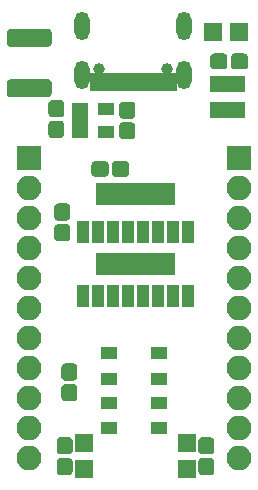
<source format=gbr>
G04 #@! TF.GenerationSoftware,KiCad,Pcbnew,(5.0.0)*
G04 #@! TF.CreationDate,2020-07-20T09:31:12+01:00*
G04 #@! TF.ProjectId,CH552-USB-Devboard,43483535322D5553422D446576626F61,rev?*
G04 #@! TF.SameCoordinates,Original*
G04 #@! TF.FileFunction,Soldermask,Top*
G04 #@! TF.FilePolarity,Negative*
%FSLAX46Y46*%
G04 Gerber Fmt 4.6, Leading zero omitted, Abs format (unit mm)*
G04 Created by KiCad (PCBNEW (5.0.0)) date 07/20/20 09:31:12*
%MOMM*%
%LPD*%
G01*
G04 APERTURE LIST*
%ADD10R,1.460000X1.050000*%
%ADD11C,0.100000*%
%ADD12C,1.350000*%
%ADD13O,2.100000X2.100000*%
%ADD14R,2.100000X2.100000*%
%ADD15C,1.525000*%
%ADD16R,1.050000X1.460000*%
%ADD17O,1.300000X2.400000*%
%ADD18C,1.000000*%
%ADD19R,0.700000X1.540000*%
%ADD20R,1.450000X1.050000*%
%ADD21R,1.000000X1.900000*%
%ADD22R,0.850000X1.850000*%
%ADD23R,1.600000X1.600000*%
G04 APERTURE END LIST*
D10*
G04 #@! TO.C,U3*
X80500000Y-69550000D03*
X80500000Y-70500000D03*
X80500000Y-71450000D03*
X82700000Y-71450000D03*
X82700000Y-69550000D03*
G04 #@! TD*
D11*
G04 #@! TO.C,C1*
G36*
X79370581Y-77526625D02*
X79403343Y-77531485D01*
X79435471Y-77539533D01*
X79466656Y-77550691D01*
X79496596Y-77564852D01*
X79525005Y-77581879D01*
X79551608Y-77601609D01*
X79576149Y-77623851D01*
X79598391Y-77648392D01*
X79618121Y-77674995D01*
X79635148Y-77703404D01*
X79649309Y-77733344D01*
X79660467Y-77764529D01*
X79668515Y-77796657D01*
X79673375Y-77829419D01*
X79675000Y-77862500D01*
X79675000Y-78637500D01*
X79673375Y-78670581D01*
X79668515Y-78703343D01*
X79660467Y-78735471D01*
X79649309Y-78766656D01*
X79635148Y-78796596D01*
X79618121Y-78825005D01*
X79598391Y-78851608D01*
X79576149Y-78876149D01*
X79551608Y-78898391D01*
X79525005Y-78918121D01*
X79496596Y-78935148D01*
X79466656Y-78949309D01*
X79435471Y-78960467D01*
X79403343Y-78968515D01*
X79370581Y-78973375D01*
X79337500Y-78975000D01*
X78662500Y-78975000D01*
X78629419Y-78973375D01*
X78596657Y-78968515D01*
X78564529Y-78960467D01*
X78533344Y-78949309D01*
X78503404Y-78935148D01*
X78474995Y-78918121D01*
X78448392Y-78898391D01*
X78423851Y-78876149D01*
X78401609Y-78851608D01*
X78381879Y-78825005D01*
X78364852Y-78796596D01*
X78350691Y-78766656D01*
X78339533Y-78735471D01*
X78331485Y-78703343D01*
X78326625Y-78670581D01*
X78325000Y-78637500D01*
X78325000Y-77862500D01*
X78326625Y-77829419D01*
X78331485Y-77796657D01*
X78339533Y-77764529D01*
X78350691Y-77733344D01*
X78364852Y-77703404D01*
X78381879Y-77674995D01*
X78401609Y-77648392D01*
X78423851Y-77623851D01*
X78448392Y-77601609D01*
X78474995Y-77581879D01*
X78503404Y-77564852D01*
X78533344Y-77550691D01*
X78564529Y-77539533D01*
X78596657Y-77531485D01*
X78629419Y-77526625D01*
X78662500Y-77525000D01*
X79337500Y-77525000D01*
X79370581Y-77526625D01*
X79370581Y-77526625D01*
G37*
D12*
X79000000Y-78250000D03*
D11*
G36*
X79370581Y-79276625D02*
X79403343Y-79281485D01*
X79435471Y-79289533D01*
X79466656Y-79300691D01*
X79496596Y-79314852D01*
X79525005Y-79331879D01*
X79551608Y-79351609D01*
X79576149Y-79373851D01*
X79598391Y-79398392D01*
X79618121Y-79424995D01*
X79635148Y-79453404D01*
X79649309Y-79483344D01*
X79660467Y-79514529D01*
X79668515Y-79546657D01*
X79673375Y-79579419D01*
X79675000Y-79612500D01*
X79675000Y-80387500D01*
X79673375Y-80420581D01*
X79668515Y-80453343D01*
X79660467Y-80485471D01*
X79649309Y-80516656D01*
X79635148Y-80546596D01*
X79618121Y-80575005D01*
X79598391Y-80601608D01*
X79576149Y-80626149D01*
X79551608Y-80648391D01*
X79525005Y-80668121D01*
X79496596Y-80685148D01*
X79466656Y-80699309D01*
X79435471Y-80710467D01*
X79403343Y-80718515D01*
X79370581Y-80723375D01*
X79337500Y-80725000D01*
X78662500Y-80725000D01*
X78629419Y-80723375D01*
X78596657Y-80718515D01*
X78564529Y-80710467D01*
X78533344Y-80699309D01*
X78503404Y-80685148D01*
X78474995Y-80668121D01*
X78448392Y-80648391D01*
X78423851Y-80626149D01*
X78401609Y-80601608D01*
X78381879Y-80575005D01*
X78364852Y-80546596D01*
X78350691Y-80516656D01*
X78339533Y-80485471D01*
X78331485Y-80453343D01*
X78326625Y-80420581D01*
X78325000Y-80387500D01*
X78325000Y-79612500D01*
X78326625Y-79579419D01*
X78331485Y-79546657D01*
X78339533Y-79514529D01*
X78350691Y-79483344D01*
X78364852Y-79453404D01*
X78381879Y-79424995D01*
X78401609Y-79398392D01*
X78423851Y-79373851D01*
X78448392Y-79351609D01*
X78474995Y-79331879D01*
X78503404Y-79314852D01*
X78533344Y-79300691D01*
X78564529Y-79289533D01*
X78596657Y-79281485D01*
X78629419Y-79276625D01*
X78662500Y-79275000D01*
X79337500Y-79275000D01*
X79370581Y-79276625D01*
X79370581Y-79276625D01*
G37*
D12*
X79000000Y-80000000D03*
G04 #@! TD*
D11*
G04 #@! TO.C,C7*
G36*
X84870581Y-68901625D02*
X84903343Y-68906485D01*
X84935471Y-68914533D01*
X84966656Y-68925691D01*
X84996596Y-68939852D01*
X85025005Y-68956879D01*
X85051608Y-68976609D01*
X85076149Y-68998851D01*
X85098391Y-69023392D01*
X85118121Y-69049995D01*
X85135148Y-69078404D01*
X85149309Y-69108344D01*
X85160467Y-69139529D01*
X85168515Y-69171657D01*
X85173375Y-69204419D01*
X85175000Y-69237500D01*
X85175000Y-70012500D01*
X85173375Y-70045581D01*
X85168515Y-70078343D01*
X85160467Y-70110471D01*
X85149309Y-70141656D01*
X85135148Y-70171596D01*
X85118121Y-70200005D01*
X85098391Y-70226608D01*
X85076149Y-70251149D01*
X85051608Y-70273391D01*
X85025005Y-70293121D01*
X84996596Y-70310148D01*
X84966656Y-70324309D01*
X84935471Y-70335467D01*
X84903343Y-70343515D01*
X84870581Y-70348375D01*
X84837500Y-70350000D01*
X84162500Y-70350000D01*
X84129419Y-70348375D01*
X84096657Y-70343515D01*
X84064529Y-70335467D01*
X84033344Y-70324309D01*
X84003404Y-70310148D01*
X83974995Y-70293121D01*
X83948392Y-70273391D01*
X83923851Y-70251149D01*
X83901609Y-70226608D01*
X83881879Y-70200005D01*
X83864852Y-70171596D01*
X83850691Y-70141656D01*
X83839533Y-70110471D01*
X83831485Y-70078343D01*
X83826625Y-70045581D01*
X83825000Y-70012500D01*
X83825000Y-69237500D01*
X83826625Y-69204419D01*
X83831485Y-69171657D01*
X83839533Y-69139529D01*
X83850691Y-69108344D01*
X83864852Y-69078404D01*
X83881879Y-69049995D01*
X83901609Y-69023392D01*
X83923851Y-68998851D01*
X83948392Y-68976609D01*
X83974995Y-68956879D01*
X84003404Y-68939852D01*
X84033344Y-68925691D01*
X84064529Y-68914533D01*
X84096657Y-68906485D01*
X84129419Y-68901625D01*
X84162500Y-68900000D01*
X84837500Y-68900000D01*
X84870581Y-68901625D01*
X84870581Y-68901625D01*
G37*
D12*
X84500000Y-69625000D03*
D11*
G36*
X84870581Y-70651625D02*
X84903343Y-70656485D01*
X84935471Y-70664533D01*
X84966656Y-70675691D01*
X84996596Y-70689852D01*
X85025005Y-70706879D01*
X85051608Y-70726609D01*
X85076149Y-70748851D01*
X85098391Y-70773392D01*
X85118121Y-70799995D01*
X85135148Y-70828404D01*
X85149309Y-70858344D01*
X85160467Y-70889529D01*
X85168515Y-70921657D01*
X85173375Y-70954419D01*
X85175000Y-70987500D01*
X85175000Y-71762500D01*
X85173375Y-71795581D01*
X85168515Y-71828343D01*
X85160467Y-71860471D01*
X85149309Y-71891656D01*
X85135148Y-71921596D01*
X85118121Y-71950005D01*
X85098391Y-71976608D01*
X85076149Y-72001149D01*
X85051608Y-72023391D01*
X85025005Y-72043121D01*
X84996596Y-72060148D01*
X84966656Y-72074309D01*
X84935471Y-72085467D01*
X84903343Y-72093515D01*
X84870581Y-72098375D01*
X84837500Y-72100000D01*
X84162500Y-72100000D01*
X84129419Y-72098375D01*
X84096657Y-72093515D01*
X84064529Y-72085467D01*
X84033344Y-72074309D01*
X84003404Y-72060148D01*
X83974995Y-72043121D01*
X83948392Y-72023391D01*
X83923851Y-72001149D01*
X83901609Y-71976608D01*
X83881879Y-71950005D01*
X83864852Y-71921596D01*
X83850691Y-71891656D01*
X83839533Y-71860471D01*
X83831485Y-71828343D01*
X83826625Y-71795581D01*
X83825000Y-71762500D01*
X83825000Y-70987500D01*
X83826625Y-70954419D01*
X83831485Y-70921657D01*
X83839533Y-70889529D01*
X83850691Y-70858344D01*
X83864852Y-70828404D01*
X83881879Y-70799995D01*
X83901609Y-70773392D01*
X83923851Y-70748851D01*
X83948392Y-70726609D01*
X83974995Y-70706879D01*
X84003404Y-70689852D01*
X84033344Y-70675691D01*
X84064529Y-70664533D01*
X84096657Y-70656485D01*
X84129419Y-70651625D01*
X84162500Y-70650000D01*
X84837500Y-70650000D01*
X84870581Y-70651625D01*
X84870581Y-70651625D01*
G37*
D12*
X84500000Y-71375000D03*
G04 #@! TD*
D13*
G04 #@! TO.C,J1*
X76200000Y-99060000D03*
X76200000Y-96520000D03*
X76200000Y-93980000D03*
X76200000Y-91440000D03*
X76200000Y-88900000D03*
X76200000Y-86360000D03*
X76200000Y-83820000D03*
X76200000Y-81280000D03*
X76200000Y-78740000D03*
X76200000Y-76200000D03*
D14*
X76200000Y-73660000D03*
G04 #@! TD*
G04 #@! TO.C,J2*
X93980000Y-73660000D03*
D13*
X93980000Y-76200000D03*
X93980000Y-78740000D03*
X93980000Y-81280000D03*
X93980000Y-83820000D03*
X93980000Y-86360000D03*
X93980000Y-88900000D03*
X93980000Y-91440000D03*
X93980000Y-93980000D03*
X93980000Y-96520000D03*
X93980000Y-99060000D03*
G04 #@! TD*
D11*
G04 #@! TO.C,D4*
G36*
X77794329Y-67014132D02*
X77827226Y-67019012D01*
X77859486Y-67027092D01*
X77890799Y-67038296D01*
X77920863Y-67052515D01*
X77949388Y-67069613D01*
X77976100Y-67089424D01*
X78000742Y-67111758D01*
X78023076Y-67136400D01*
X78042887Y-67163112D01*
X78059985Y-67191637D01*
X78074204Y-67221701D01*
X78085408Y-67253014D01*
X78093488Y-67285274D01*
X78098368Y-67318171D01*
X78100000Y-67351388D01*
X78100000Y-68198612D01*
X78098368Y-68231829D01*
X78093488Y-68264726D01*
X78085408Y-68296986D01*
X78074204Y-68328299D01*
X78059985Y-68358363D01*
X78042887Y-68386888D01*
X78023076Y-68413600D01*
X78000742Y-68438242D01*
X77976100Y-68460576D01*
X77949388Y-68480387D01*
X77920863Y-68497485D01*
X77890799Y-68511704D01*
X77859486Y-68522908D01*
X77827226Y-68530988D01*
X77794329Y-68535868D01*
X77761112Y-68537500D01*
X74638888Y-68537500D01*
X74605671Y-68535868D01*
X74572774Y-68530988D01*
X74540514Y-68522908D01*
X74509201Y-68511704D01*
X74479137Y-68497485D01*
X74450612Y-68480387D01*
X74423900Y-68460576D01*
X74399258Y-68438242D01*
X74376924Y-68413600D01*
X74357113Y-68386888D01*
X74340015Y-68358363D01*
X74325796Y-68328299D01*
X74314592Y-68296986D01*
X74306512Y-68264726D01*
X74301632Y-68231829D01*
X74300000Y-68198612D01*
X74300000Y-67351388D01*
X74301632Y-67318171D01*
X74306512Y-67285274D01*
X74314592Y-67253014D01*
X74325796Y-67221701D01*
X74340015Y-67191637D01*
X74357113Y-67163112D01*
X74376924Y-67136400D01*
X74399258Y-67111758D01*
X74423900Y-67089424D01*
X74450612Y-67069613D01*
X74479137Y-67052515D01*
X74509201Y-67038296D01*
X74540514Y-67027092D01*
X74572774Y-67019012D01*
X74605671Y-67014132D01*
X74638888Y-67012500D01*
X77761112Y-67012500D01*
X77794329Y-67014132D01*
X77794329Y-67014132D01*
G37*
D15*
X76200000Y-67775000D03*
D11*
G36*
X77794329Y-62739132D02*
X77827226Y-62744012D01*
X77859486Y-62752092D01*
X77890799Y-62763296D01*
X77920863Y-62777515D01*
X77949388Y-62794613D01*
X77976100Y-62814424D01*
X78000742Y-62836758D01*
X78023076Y-62861400D01*
X78042887Y-62888112D01*
X78059985Y-62916637D01*
X78074204Y-62946701D01*
X78085408Y-62978014D01*
X78093488Y-63010274D01*
X78098368Y-63043171D01*
X78100000Y-63076388D01*
X78100000Y-63923612D01*
X78098368Y-63956829D01*
X78093488Y-63989726D01*
X78085408Y-64021986D01*
X78074204Y-64053299D01*
X78059985Y-64083363D01*
X78042887Y-64111888D01*
X78023076Y-64138600D01*
X78000742Y-64163242D01*
X77976100Y-64185576D01*
X77949388Y-64205387D01*
X77920863Y-64222485D01*
X77890799Y-64236704D01*
X77859486Y-64247908D01*
X77827226Y-64255988D01*
X77794329Y-64260868D01*
X77761112Y-64262500D01*
X74638888Y-64262500D01*
X74605671Y-64260868D01*
X74572774Y-64255988D01*
X74540514Y-64247908D01*
X74509201Y-64236704D01*
X74479137Y-64222485D01*
X74450612Y-64205387D01*
X74423900Y-64185576D01*
X74399258Y-64163242D01*
X74376924Y-64138600D01*
X74357113Y-64111888D01*
X74340015Y-64083363D01*
X74325796Y-64053299D01*
X74314592Y-64021986D01*
X74306512Y-63989726D01*
X74301632Y-63956829D01*
X74300000Y-63923612D01*
X74300000Y-63076388D01*
X74301632Y-63043171D01*
X74306512Y-63010274D01*
X74314592Y-62978014D01*
X74325796Y-62946701D01*
X74340015Y-62916637D01*
X74357113Y-62888112D01*
X74376924Y-62861400D01*
X74399258Y-62836758D01*
X74423900Y-62814424D01*
X74450612Y-62794613D01*
X74479137Y-62777515D01*
X74509201Y-62763296D01*
X74540514Y-62752092D01*
X74572774Y-62744012D01*
X74605671Y-62739132D01*
X74638888Y-62737500D01*
X77761112Y-62737500D01*
X77794329Y-62739132D01*
X77794329Y-62739132D01*
G37*
D15*
X76200000Y-63500000D03*
G04 #@! TD*
D16*
G04 #@! TO.C,Q1*
X93000000Y-67400000D03*
X92050000Y-67400000D03*
X93950000Y-67400000D03*
X93950000Y-69600000D03*
X93000000Y-69600000D03*
X92050000Y-69600000D03*
G04 #@! TD*
D17*
G04 #@! TO.C,J3*
X80675000Y-66680000D03*
X89325000Y-66680000D03*
X89325000Y-62500000D03*
X80675000Y-62500000D03*
D18*
X82110000Y-66180000D03*
D19*
X84750000Y-67250000D03*
X85250000Y-67250000D03*
X85750000Y-67250000D03*
X84250000Y-67250000D03*
X86250000Y-67250000D03*
X86750000Y-67250000D03*
X83750000Y-67250000D03*
X83250000Y-67250000D03*
D18*
X87890000Y-66180000D03*
D19*
X87500000Y-67250000D03*
X87250000Y-67250000D03*
X88050000Y-67250000D03*
X88350000Y-67250000D03*
X82750000Y-67250000D03*
X82450000Y-67250000D03*
X81950000Y-67250000D03*
X81650000Y-67250000D03*
G04 #@! TD*
D20*
G04 #@! TO.C,SW2*
X87150000Y-92350000D03*
X83000000Y-92350000D03*
X87150000Y-90200000D03*
X83000000Y-90200000D03*
G04 #@! TD*
G04 #@! TO.C,SW1*
X83000000Y-94400000D03*
X87150000Y-94400000D03*
X83000000Y-96550000D03*
X87150000Y-96550000D03*
G04 #@! TD*
D11*
G04 #@! TO.C,C2*
G36*
X82620581Y-73926625D02*
X82653343Y-73931485D01*
X82685471Y-73939533D01*
X82716656Y-73950691D01*
X82746596Y-73964852D01*
X82775005Y-73981879D01*
X82801608Y-74001609D01*
X82826149Y-74023851D01*
X82848391Y-74048392D01*
X82868121Y-74074995D01*
X82885148Y-74103404D01*
X82899309Y-74133344D01*
X82910467Y-74164529D01*
X82918515Y-74196657D01*
X82923375Y-74229419D01*
X82925000Y-74262500D01*
X82925000Y-74937500D01*
X82923375Y-74970581D01*
X82918515Y-75003343D01*
X82910467Y-75035471D01*
X82899309Y-75066656D01*
X82885148Y-75096596D01*
X82868121Y-75125005D01*
X82848391Y-75151608D01*
X82826149Y-75176149D01*
X82801608Y-75198391D01*
X82775005Y-75218121D01*
X82746596Y-75235148D01*
X82716656Y-75249309D01*
X82685471Y-75260467D01*
X82653343Y-75268515D01*
X82620581Y-75273375D01*
X82587500Y-75275000D01*
X81812500Y-75275000D01*
X81779419Y-75273375D01*
X81746657Y-75268515D01*
X81714529Y-75260467D01*
X81683344Y-75249309D01*
X81653404Y-75235148D01*
X81624995Y-75218121D01*
X81598392Y-75198391D01*
X81573851Y-75176149D01*
X81551609Y-75151608D01*
X81531879Y-75125005D01*
X81514852Y-75096596D01*
X81500691Y-75066656D01*
X81489533Y-75035471D01*
X81481485Y-75003343D01*
X81476625Y-74970581D01*
X81475000Y-74937500D01*
X81475000Y-74262500D01*
X81476625Y-74229419D01*
X81481485Y-74196657D01*
X81489533Y-74164529D01*
X81500691Y-74133344D01*
X81514852Y-74103404D01*
X81531879Y-74074995D01*
X81551609Y-74048392D01*
X81573851Y-74023851D01*
X81598392Y-74001609D01*
X81624995Y-73981879D01*
X81653404Y-73964852D01*
X81683344Y-73950691D01*
X81714529Y-73939533D01*
X81746657Y-73931485D01*
X81779419Y-73926625D01*
X81812500Y-73925000D01*
X82587500Y-73925000D01*
X82620581Y-73926625D01*
X82620581Y-73926625D01*
G37*
D12*
X82200000Y-74600000D03*
D11*
G36*
X84370581Y-73926625D02*
X84403343Y-73931485D01*
X84435471Y-73939533D01*
X84466656Y-73950691D01*
X84496596Y-73964852D01*
X84525005Y-73981879D01*
X84551608Y-74001609D01*
X84576149Y-74023851D01*
X84598391Y-74048392D01*
X84618121Y-74074995D01*
X84635148Y-74103404D01*
X84649309Y-74133344D01*
X84660467Y-74164529D01*
X84668515Y-74196657D01*
X84673375Y-74229419D01*
X84675000Y-74262500D01*
X84675000Y-74937500D01*
X84673375Y-74970581D01*
X84668515Y-75003343D01*
X84660467Y-75035471D01*
X84649309Y-75066656D01*
X84635148Y-75096596D01*
X84618121Y-75125005D01*
X84598391Y-75151608D01*
X84576149Y-75176149D01*
X84551608Y-75198391D01*
X84525005Y-75218121D01*
X84496596Y-75235148D01*
X84466656Y-75249309D01*
X84435471Y-75260467D01*
X84403343Y-75268515D01*
X84370581Y-75273375D01*
X84337500Y-75275000D01*
X83562500Y-75275000D01*
X83529419Y-75273375D01*
X83496657Y-75268515D01*
X83464529Y-75260467D01*
X83433344Y-75249309D01*
X83403404Y-75235148D01*
X83374995Y-75218121D01*
X83348392Y-75198391D01*
X83323851Y-75176149D01*
X83301609Y-75151608D01*
X83281879Y-75125005D01*
X83264852Y-75096596D01*
X83250691Y-75066656D01*
X83239533Y-75035471D01*
X83231485Y-75003343D01*
X83226625Y-74970581D01*
X83225000Y-74937500D01*
X83225000Y-74262500D01*
X83226625Y-74229419D01*
X83231485Y-74196657D01*
X83239533Y-74164529D01*
X83250691Y-74133344D01*
X83264852Y-74103404D01*
X83281879Y-74074995D01*
X83301609Y-74048392D01*
X83323851Y-74023851D01*
X83348392Y-74001609D01*
X83374995Y-73981879D01*
X83403404Y-73964852D01*
X83433344Y-73950691D01*
X83464529Y-73939533D01*
X83496657Y-73931485D01*
X83529419Y-73926625D01*
X83562500Y-73925000D01*
X84337500Y-73925000D01*
X84370581Y-73926625D01*
X84370581Y-73926625D01*
G37*
D12*
X83950000Y-74600000D03*
G04 #@! TD*
D11*
G04 #@! TO.C,C3*
G36*
X79970581Y-91076625D02*
X80003343Y-91081485D01*
X80035471Y-91089533D01*
X80066656Y-91100691D01*
X80096596Y-91114852D01*
X80125005Y-91131879D01*
X80151608Y-91151609D01*
X80176149Y-91173851D01*
X80198391Y-91198392D01*
X80218121Y-91224995D01*
X80235148Y-91253404D01*
X80249309Y-91283344D01*
X80260467Y-91314529D01*
X80268515Y-91346657D01*
X80273375Y-91379419D01*
X80275000Y-91412500D01*
X80275000Y-92187500D01*
X80273375Y-92220581D01*
X80268515Y-92253343D01*
X80260467Y-92285471D01*
X80249309Y-92316656D01*
X80235148Y-92346596D01*
X80218121Y-92375005D01*
X80198391Y-92401608D01*
X80176149Y-92426149D01*
X80151608Y-92448391D01*
X80125005Y-92468121D01*
X80096596Y-92485148D01*
X80066656Y-92499309D01*
X80035471Y-92510467D01*
X80003343Y-92518515D01*
X79970581Y-92523375D01*
X79937500Y-92525000D01*
X79262500Y-92525000D01*
X79229419Y-92523375D01*
X79196657Y-92518515D01*
X79164529Y-92510467D01*
X79133344Y-92499309D01*
X79103404Y-92485148D01*
X79074995Y-92468121D01*
X79048392Y-92448391D01*
X79023851Y-92426149D01*
X79001609Y-92401608D01*
X78981879Y-92375005D01*
X78964852Y-92346596D01*
X78950691Y-92316656D01*
X78939533Y-92285471D01*
X78931485Y-92253343D01*
X78926625Y-92220581D01*
X78925000Y-92187500D01*
X78925000Y-91412500D01*
X78926625Y-91379419D01*
X78931485Y-91346657D01*
X78939533Y-91314529D01*
X78950691Y-91283344D01*
X78964852Y-91253404D01*
X78981879Y-91224995D01*
X79001609Y-91198392D01*
X79023851Y-91173851D01*
X79048392Y-91151609D01*
X79074995Y-91131879D01*
X79103404Y-91114852D01*
X79133344Y-91100691D01*
X79164529Y-91089533D01*
X79196657Y-91081485D01*
X79229419Y-91076625D01*
X79262500Y-91075000D01*
X79937500Y-91075000D01*
X79970581Y-91076625D01*
X79970581Y-91076625D01*
G37*
D12*
X79600000Y-91800000D03*
D11*
G36*
X79970581Y-92826625D02*
X80003343Y-92831485D01*
X80035471Y-92839533D01*
X80066656Y-92850691D01*
X80096596Y-92864852D01*
X80125005Y-92881879D01*
X80151608Y-92901609D01*
X80176149Y-92923851D01*
X80198391Y-92948392D01*
X80218121Y-92974995D01*
X80235148Y-93003404D01*
X80249309Y-93033344D01*
X80260467Y-93064529D01*
X80268515Y-93096657D01*
X80273375Y-93129419D01*
X80275000Y-93162500D01*
X80275000Y-93937500D01*
X80273375Y-93970581D01*
X80268515Y-94003343D01*
X80260467Y-94035471D01*
X80249309Y-94066656D01*
X80235148Y-94096596D01*
X80218121Y-94125005D01*
X80198391Y-94151608D01*
X80176149Y-94176149D01*
X80151608Y-94198391D01*
X80125005Y-94218121D01*
X80096596Y-94235148D01*
X80066656Y-94249309D01*
X80035471Y-94260467D01*
X80003343Y-94268515D01*
X79970581Y-94273375D01*
X79937500Y-94275000D01*
X79262500Y-94275000D01*
X79229419Y-94273375D01*
X79196657Y-94268515D01*
X79164529Y-94260467D01*
X79133344Y-94249309D01*
X79103404Y-94235148D01*
X79074995Y-94218121D01*
X79048392Y-94198391D01*
X79023851Y-94176149D01*
X79001609Y-94151608D01*
X78981879Y-94125005D01*
X78964852Y-94096596D01*
X78950691Y-94066656D01*
X78939533Y-94035471D01*
X78931485Y-94003343D01*
X78926625Y-93970581D01*
X78925000Y-93937500D01*
X78925000Y-93162500D01*
X78926625Y-93129419D01*
X78931485Y-93096657D01*
X78939533Y-93064529D01*
X78950691Y-93033344D01*
X78964852Y-93003404D01*
X78981879Y-92974995D01*
X79001609Y-92948392D01*
X79023851Y-92923851D01*
X79048392Y-92901609D01*
X79074995Y-92881879D01*
X79103404Y-92864852D01*
X79133344Y-92850691D01*
X79164529Y-92839533D01*
X79196657Y-92831485D01*
X79229419Y-92826625D01*
X79262500Y-92825000D01*
X79937500Y-92825000D01*
X79970581Y-92826625D01*
X79970581Y-92826625D01*
G37*
D12*
X79600000Y-93550000D03*
G04 #@! TD*
D11*
G04 #@! TO.C,C4*
G36*
X78870581Y-68776625D02*
X78903343Y-68781485D01*
X78935471Y-68789533D01*
X78966656Y-68800691D01*
X78996596Y-68814852D01*
X79025005Y-68831879D01*
X79051608Y-68851609D01*
X79076149Y-68873851D01*
X79098391Y-68898392D01*
X79118121Y-68924995D01*
X79135148Y-68953404D01*
X79149309Y-68983344D01*
X79160467Y-69014529D01*
X79168515Y-69046657D01*
X79173375Y-69079419D01*
X79175000Y-69112500D01*
X79175000Y-69887500D01*
X79173375Y-69920581D01*
X79168515Y-69953343D01*
X79160467Y-69985471D01*
X79149309Y-70016656D01*
X79135148Y-70046596D01*
X79118121Y-70075005D01*
X79098391Y-70101608D01*
X79076149Y-70126149D01*
X79051608Y-70148391D01*
X79025005Y-70168121D01*
X78996596Y-70185148D01*
X78966656Y-70199309D01*
X78935471Y-70210467D01*
X78903343Y-70218515D01*
X78870581Y-70223375D01*
X78837500Y-70225000D01*
X78162500Y-70225000D01*
X78129419Y-70223375D01*
X78096657Y-70218515D01*
X78064529Y-70210467D01*
X78033344Y-70199309D01*
X78003404Y-70185148D01*
X77974995Y-70168121D01*
X77948392Y-70148391D01*
X77923851Y-70126149D01*
X77901609Y-70101608D01*
X77881879Y-70075005D01*
X77864852Y-70046596D01*
X77850691Y-70016656D01*
X77839533Y-69985471D01*
X77831485Y-69953343D01*
X77826625Y-69920581D01*
X77825000Y-69887500D01*
X77825000Y-69112500D01*
X77826625Y-69079419D01*
X77831485Y-69046657D01*
X77839533Y-69014529D01*
X77850691Y-68983344D01*
X77864852Y-68953404D01*
X77881879Y-68924995D01*
X77901609Y-68898392D01*
X77923851Y-68873851D01*
X77948392Y-68851609D01*
X77974995Y-68831879D01*
X78003404Y-68814852D01*
X78033344Y-68800691D01*
X78064529Y-68789533D01*
X78096657Y-68781485D01*
X78129419Y-68776625D01*
X78162500Y-68775000D01*
X78837500Y-68775000D01*
X78870581Y-68776625D01*
X78870581Y-68776625D01*
G37*
D12*
X78500000Y-69500000D03*
D11*
G36*
X78870581Y-70526625D02*
X78903343Y-70531485D01*
X78935471Y-70539533D01*
X78966656Y-70550691D01*
X78996596Y-70564852D01*
X79025005Y-70581879D01*
X79051608Y-70601609D01*
X79076149Y-70623851D01*
X79098391Y-70648392D01*
X79118121Y-70674995D01*
X79135148Y-70703404D01*
X79149309Y-70733344D01*
X79160467Y-70764529D01*
X79168515Y-70796657D01*
X79173375Y-70829419D01*
X79175000Y-70862500D01*
X79175000Y-71637500D01*
X79173375Y-71670581D01*
X79168515Y-71703343D01*
X79160467Y-71735471D01*
X79149309Y-71766656D01*
X79135148Y-71796596D01*
X79118121Y-71825005D01*
X79098391Y-71851608D01*
X79076149Y-71876149D01*
X79051608Y-71898391D01*
X79025005Y-71918121D01*
X78996596Y-71935148D01*
X78966656Y-71949309D01*
X78935471Y-71960467D01*
X78903343Y-71968515D01*
X78870581Y-71973375D01*
X78837500Y-71975000D01*
X78162500Y-71975000D01*
X78129419Y-71973375D01*
X78096657Y-71968515D01*
X78064529Y-71960467D01*
X78033344Y-71949309D01*
X78003404Y-71935148D01*
X77974995Y-71918121D01*
X77948392Y-71898391D01*
X77923851Y-71876149D01*
X77901609Y-71851608D01*
X77881879Y-71825005D01*
X77864852Y-71796596D01*
X77850691Y-71766656D01*
X77839533Y-71735471D01*
X77831485Y-71703343D01*
X77826625Y-71670581D01*
X77825000Y-71637500D01*
X77825000Y-70862500D01*
X77826625Y-70829419D01*
X77831485Y-70796657D01*
X77839533Y-70764529D01*
X77850691Y-70733344D01*
X77864852Y-70703404D01*
X77881879Y-70674995D01*
X77901609Y-70648392D01*
X77923851Y-70623851D01*
X77948392Y-70601609D01*
X77974995Y-70581879D01*
X78003404Y-70564852D01*
X78033344Y-70550691D01*
X78064529Y-70539533D01*
X78096657Y-70531485D01*
X78129419Y-70526625D01*
X78162500Y-70525000D01*
X78837500Y-70525000D01*
X78870581Y-70526625D01*
X78870581Y-70526625D01*
G37*
D12*
X78500000Y-71250000D03*
G04 #@! TD*
D21*
G04 #@! TO.C,U2*
X80734192Y-79980020D03*
X82004192Y-79980020D03*
X83274192Y-79980020D03*
X84544192Y-79980020D03*
X85814192Y-79980020D03*
X87084192Y-79980020D03*
X88354192Y-79980020D03*
X89624192Y-79980020D03*
X89624192Y-85380020D03*
X88354192Y-85380020D03*
X87084192Y-85380020D03*
X85814192Y-85380020D03*
X84544192Y-85380020D03*
X83274192Y-85380020D03*
X82004192Y-85380020D03*
X80734192Y-85380020D03*
G04 #@! TD*
D22*
G04 #@! TO.C,U1*
X82254192Y-76730020D03*
X82904192Y-76730020D03*
X83554192Y-76730020D03*
X84204192Y-76730020D03*
X84854192Y-76730020D03*
X85504192Y-76730020D03*
X86154192Y-76730020D03*
X86804192Y-76730020D03*
X87454192Y-76730020D03*
X88104192Y-76730020D03*
X88104192Y-82630020D03*
X87454192Y-82630020D03*
X86804192Y-82630020D03*
X86154192Y-82630020D03*
X85504192Y-82630020D03*
X84854192Y-82630020D03*
X84204192Y-82630020D03*
X83554192Y-82630020D03*
X82904192Y-82630020D03*
X82254192Y-82630020D03*
G04 #@! TD*
D23*
G04 #@! TO.C,D3*
X94000000Y-63000000D03*
X91800000Y-63000000D03*
G04 #@! TD*
G04 #@! TO.C,D2*
X80800000Y-97800000D03*
X80800000Y-100000000D03*
G04 #@! TD*
G04 #@! TO.C,D1*
X89600000Y-100000000D03*
X89600000Y-97800000D03*
G04 #@! TD*
D11*
G04 #@! TO.C,R4*
G36*
X79570581Y-99076625D02*
X79603343Y-99081485D01*
X79635471Y-99089533D01*
X79666656Y-99100691D01*
X79696596Y-99114852D01*
X79725005Y-99131879D01*
X79751608Y-99151609D01*
X79776149Y-99173851D01*
X79798391Y-99198392D01*
X79818121Y-99224995D01*
X79835148Y-99253404D01*
X79849309Y-99283344D01*
X79860467Y-99314529D01*
X79868515Y-99346657D01*
X79873375Y-99379419D01*
X79875000Y-99412500D01*
X79875000Y-100187500D01*
X79873375Y-100220581D01*
X79868515Y-100253343D01*
X79860467Y-100285471D01*
X79849309Y-100316656D01*
X79835148Y-100346596D01*
X79818121Y-100375005D01*
X79798391Y-100401608D01*
X79776149Y-100426149D01*
X79751608Y-100448391D01*
X79725005Y-100468121D01*
X79696596Y-100485148D01*
X79666656Y-100499309D01*
X79635471Y-100510467D01*
X79603343Y-100518515D01*
X79570581Y-100523375D01*
X79537500Y-100525000D01*
X78862500Y-100525000D01*
X78829419Y-100523375D01*
X78796657Y-100518515D01*
X78764529Y-100510467D01*
X78733344Y-100499309D01*
X78703404Y-100485148D01*
X78674995Y-100468121D01*
X78648392Y-100448391D01*
X78623851Y-100426149D01*
X78601609Y-100401608D01*
X78581879Y-100375005D01*
X78564852Y-100346596D01*
X78550691Y-100316656D01*
X78539533Y-100285471D01*
X78531485Y-100253343D01*
X78526625Y-100220581D01*
X78525000Y-100187500D01*
X78525000Y-99412500D01*
X78526625Y-99379419D01*
X78531485Y-99346657D01*
X78539533Y-99314529D01*
X78550691Y-99283344D01*
X78564852Y-99253404D01*
X78581879Y-99224995D01*
X78601609Y-99198392D01*
X78623851Y-99173851D01*
X78648392Y-99151609D01*
X78674995Y-99131879D01*
X78703404Y-99114852D01*
X78733344Y-99100691D01*
X78764529Y-99089533D01*
X78796657Y-99081485D01*
X78829419Y-99076625D01*
X78862500Y-99075000D01*
X79537500Y-99075000D01*
X79570581Y-99076625D01*
X79570581Y-99076625D01*
G37*
D12*
X79200000Y-99800000D03*
D11*
G36*
X79570581Y-97326625D02*
X79603343Y-97331485D01*
X79635471Y-97339533D01*
X79666656Y-97350691D01*
X79696596Y-97364852D01*
X79725005Y-97381879D01*
X79751608Y-97401609D01*
X79776149Y-97423851D01*
X79798391Y-97448392D01*
X79818121Y-97474995D01*
X79835148Y-97503404D01*
X79849309Y-97533344D01*
X79860467Y-97564529D01*
X79868515Y-97596657D01*
X79873375Y-97629419D01*
X79875000Y-97662500D01*
X79875000Y-98437500D01*
X79873375Y-98470581D01*
X79868515Y-98503343D01*
X79860467Y-98535471D01*
X79849309Y-98566656D01*
X79835148Y-98596596D01*
X79818121Y-98625005D01*
X79798391Y-98651608D01*
X79776149Y-98676149D01*
X79751608Y-98698391D01*
X79725005Y-98718121D01*
X79696596Y-98735148D01*
X79666656Y-98749309D01*
X79635471Y-98760467D01*
X79603343Y-98768515D01*
X79570581Y-98773375D01*
X79537500Y-98775000D01*
X78862500Y-98775000D01*
X78829419Y-98773375D01*
X78796657Y-98768515D01*
X78764529Y-98760467D01*
X78733344Y-98749309D01*
X78703404Y-98735148D01*
X78674995Y-98718121D01*
X78648392Y-98698391D01*
X78623851Y-98676149D01*
X78601609Y-98651608D01*
X78581879Y-98625005D01*
X78564852Y-98596596D01*
X78550691Y-98566656D01*
X78539533Y-98535471D01*
X78531485Y-98503343D01*
X78526625Y-98470581D01*
X78525000Y-98437500D01*
X78525000Y-97662500D01*
X78526625Y-97629419D01*
X78531485Y-97596657D01*
X78539533Y-97564529D01*
X78550691Y-97533344D01*
X78564852Y-97503404D01*
X78581879Y-97474995D01*
X78601609Y-97448392D01*
X78623851Y-97423851D01*
X78648392Y-97401609D01*
X78674995Y-97381879D01*
X78703404Y-97364852D01*
X78733344Y-97350691D01*
X78764529Y-97339533D01*
X78796657Y-97331485D01*
X78829419Y-97326625D01*
X78862500Y-97325000D01*
X79537500Y-97325000D01*
X79570581Y-97326625D01*
X79570581Y-97326625D01*
G37*
D12*
X79200000Y-98050000D03*
G04 #@! TD*
D11*
G04 #@! TO.C,R5*
G36*
X94420581Y-64826625D02*
X94453343Y-64831485D01*
X94485471Y-64839533D01*
X94516656Y-64850691D01*
X94546596Y-64864852D01*
X94575005Y-64881879D01*
X94601608Y-64901609D01*
X94626149Y-64923851D01*
X94648391Y-64948392D01*
X94668121Y-64974995D01*
X94685148Y-65003404D01*
X94699309Y-65033344D01*
X94710467Y-65064529D01*
X94718515Y-65096657D01*
X94723375Y-65129419D01*
X94725000Y-65162500D01*
X94725000Y-65837500D01*
X94723375Y-65870581D01*
X94718515Y-65903343D01*
X94710467Y-65935471D01*
X94699309Y-65966656D01*
X94685148Y-65996596D01*
X94668121Y-66025005D01*
X94648391Y-66051608D01*
X94626149Y-66076149D01*
X94601608Y-66098391D01*
X94575005Y-66118121D01*
X94546596Y-66135148D01*
X94516656Y-66149309D01*
X94485471Y-66160467D01*
X94453343Y-66168515D01*
X94420581Y-66173375D01*
X94387500Y-66175000D01*
X93612500Y-66175000D01*
X93579419Y-66173375D01*
X93546657Y-66168515D01*
X93514529Y-66160467D01*
X93483344Y-66149309D01*
X93453404Y-66135148D01*
X93424995Y-66118121D01*
X93398392Y-66098391D01*
X93373851Y-66076149D01*
X93351609Y-66051608D01*
X93331879Y-66025005D01*
X93314852Y-65996596D01*
X93300691Y-65966656D01*
X93289533Y-65935471D01*
X93281485Y-65903343D01*
X93276625Y-65870581D01*
X93275000Y-65837500D01*
X93275000Y-65162500D01*
X93276625Y-65129419D01*
X93281485Y-65096657D01*
X93289533Y-65064529D01*
X93300691Y-65033344D01*
X93314852Y-65003404D01*
X93331879Y-64974995D01*
X93351609Y-64948392D01*
X93373851Y-64923851D01*
X93398392Y-64901609D01*
X93424995Y-64881879D01*
X93453404Y-64864852D01*
X93483344Y-64850691D01*
X93514529Y-64839533D01*
X93546657Y-64831485D01*
X93579419Y-64826625D01*
X93612500Y-64825000D01*
X94387500Y-64825000D01*
X94420581Y-64826625D01*
X94420581Y-64826625D01*
G37*
D12*
X94000000Y-65500000D03*
D11*
G36*
X92670581Y-64826625D02*
X92703343Y-64831485D01*
X92735471Y-64839533D01*
X92766656Y-64850691D01*
X92796596Y-64864852D01*
X92825005Y-64881879D01*
X92851608Y-64901609D01*
X92876149Y-64923851D01*
X92898391Y-64948392D01*
X92918121Y-64974995D01*
X92935148Y-65003404D01*
X92949309Y-65033344D01*
X92960467Y-65064529D01*
X92968515Y-65096657D01*
X92973375Y-65129419D01*
X92975000Y-65162500D01*
X92975000Y-65837500D01*
X92973375Y-65870581D01*
X92968515Y-65903343D01*
X92960467Y-65935471D01*
X92949309Y-65966656D01*
X92935148Y-65996596D01*
X92918121Y-66025005D01*
X92898391Y-66051608D01*
X92876149Y-66076149D01*
X92851608Y-66098391D01*
X92825005Y-66118121D01*
X92796596Y-66135148D01*
X92766656Y-66149309D01*
X92735471Y-66160467D01*
X92703343Y-66168515D01*
X92670581Y-66173375D01*
X92637500Y-66175000D01*
X91862500Y-66175000D01*
X91829419Y-66173375D01*
X91796657Y-66168515D01*
X91764529Y-66160467D01*
X91733344Y-66149309D01*
X91703404Y-66135148D01*
X91674995Y-66118121D01*
X91648392Y-66098391D01*
X91623851Y-66076149D01*
X91601609Y-66051608D01*
X91581879Y-66025005D01*
X91564852Y-65996596D01*
X91550691Y-65966656D01*
X91539533Y-65935471D01*
X91531485Y-65903343D01*
X91526625Y-65870581D01*
X91525000Y-65837500D01*
X91525000Y-65162500D01*
X91526625Y-65129419D01*
X91531485Y-65096657D01*
X91539533Y-65064529D01*
X91550691Y-65033344D01*
X91564852Y-65003404D01*
X91581879Y-64974995D01*
X91601609Y-64948392D01*
X91623851Y-64923851D01*
X91648392Y-64901609D01*
X91674995Y-64881879D01*
X91703404Y-64864852D01*
X91733344Y-64850691D01*
X91764529Y-64839533D01*
X91796657Y-64831485D01*
X91829419Y-64826625D01*
X91862500Y-64825000D01*
X92637500Y-64825000D01*
X92670581Y-64826625D01*
X92670581Y-64826625D01*
G37*
D12*
X92250000Y-65500000D03*
G04 #@! TD*
D11*
G04 #@! TO.C,R3*
G36*
X91570581Y-99076625D02*
X91603343Y-99081485D01*
X91635471Y-99089533D01*
X91666656Y-99100691D01*
X91696596Y-99114852D01*
X91725005Y-99131879D01*
X91751608Y-99151609D01*
X91776149Y-99173851D01*
X91798391Y-99198392D01*
X91818121Y-99224995D01*
X91835148Y-99253404D01*
X91849309Y-99283344D01*
X91860467Y-99314529D01*
X91868515Y-99346657D01*
X91873375Y-99379419D01*
X91875000Y-99412500D01*
X91875000Y-100187500D01*
X91873375Y-100220581D01*
X91868515Y-100253343D01*
X91860467Y-100285471D01*
X91849309Y-100316656D01*
X91835148Y-100346596D01*
X91818121Y-100375005D01*
X91798391Y-100401608D01*
X91776149Y-100426149D01*
X91751608Y-100448391D01*
X91725005Y-100468121D01*
X91696596Y-100485148D01*
X91666656Y-100499309D01*
X91635471Y-100510467D01*
X91603343Y-100518515D01*
X91570581Y-100523375D01*
X91537500Y-100525000D01*
X90862500Y-100525000D01*
X90829419Y-100523375D01*
X90796657Y-100518515D01*
X90764529Y-100510467D01*
X90733344Y-100499309D01*
X90703404Y-100485148D01*
X90674995Y-100468121D01*
X90648392Y-100448391D01*
X90623851Y-100426149D01*
X90601609Y-100401608D01*
X90581879Y-100375005D01*
X90564852Y-100346596D01*
X90550691Y-100316656D01*
X90539533Y-100285471D01*
X90531485Y-100253343D01*
X90526625Y-100220581D01*
X90525000Y-100187500D01*
X90525000Y-99412500D01*
X90526625Y-99379419D01*
X90531485Y-99346657D01*
X90539533Y-99314529D01*
X90550691Y-99283344D01*
X90564852Y-99253404D01*
X90581879Y-99224995D01*
X90601609Y-99198392D01*
X90623851Y-99173851D01*
X90648392Y-99151609D01*
X90674995Y-99131879D01*
X90703404Y-99114852D01*
X90733344Y-99100691D01*
X90764529Y-99089533D01*
X90796657Y-99081485D01*
X90829419Y-99076625D01*
X90862500Y-99075000D01*
X91537500Y-99075000D01*
X91570581Y-99076625D01*
X91570581Y-99076625D01*
G37*
D12*
X91200000Y-99800000D03*
D11*
G36*
X91570581Y-97326625D02*
X91603343Y-97331485D01*
X91635471Y-97339533D01*
X91666656Y-97350691D01*
X91696596Y-97364852D01*
X91725005Y-97381879D01*
X91751608Y-97401609D01*
X91776149Y-97423851D01*
X91798391Y-97448392D01*
X91818121Y-97474995D01*
X91835148Y-97503404D01*
X91849309Y-97533344D01*
X91860467Y-97564529D01*
X91868515Y-97596657D01*
X91873375Y-97629419D01*
X91875000Y-97662500D01*
X91875000Y-98437500D01*
X91873375Y-98470581D01*
X91868515Y-98503343D01*
X91860467Y-98535471D01*
X91849309Y-98566656D01*
X91835148Y-98596596D01*
X91818121Y-98625005D01*
X91798391Y-98651608D01*
X91776149Y-98676149D01*
X91751608Y-98698391D01*
X91725005Y-98718121D01*
X91696596Y-98735148D01*
X91666656Y-98749309D01*
X91635471Y-98760467D01*
X91603343Y-98768515D01*
X91570581Y-98773375D01*
X91537500Y-98775000D01*
X90862500Y-98775000D01*
X90829419Y-98773375D01*
X90796657Y-98768515D01*
X90764529Y-98760467D01*
X90733344Y-98749309D01*
X90703404Y-98735148D01*
X90674995Y-98718121D01*
X90648392Y-98698391D01*
X90623851Y-98676149D01*
X90601609Y-98651608D01*
X90581879Y-98625005D01*
X90564852Y-98596596D01*
X90550691Y-98566656D01*
X90539533Y-98535471D01*
X90531485Y-98503343D01*
X90526625Y-98470581D01*
X90525000Y-98437500D01*
X90525000Y-97662500D01*
X90526625Y-97629419D01*
X90531485Y-97596657D01*
X90539533Y-97564529D01*
X90550691Y-97533344D01*
X90564852Y-97503404D01*
X90581879Y-97474995D01*
X90601609Y-97448392D01*
X90623851Y-97423851D01*
X90648392Y-97401609D01*
X90674995Y-97381879D01*
X90703404Y-97364852D01*
X90733344Y-97350691D01*
X90764529Y-97339533D01*
X90796657Y-97331485D01*
X90829419Y-97326625D01*
X90862500Y-97325000D01*
X91537500Y-97325000D01*
X91570581Y-97326625D01*
X91570581Y-97326625D01*
G37*
D12*
X91200000Y-98050000D03*
G04 #@! TD*
M02*

</source>
